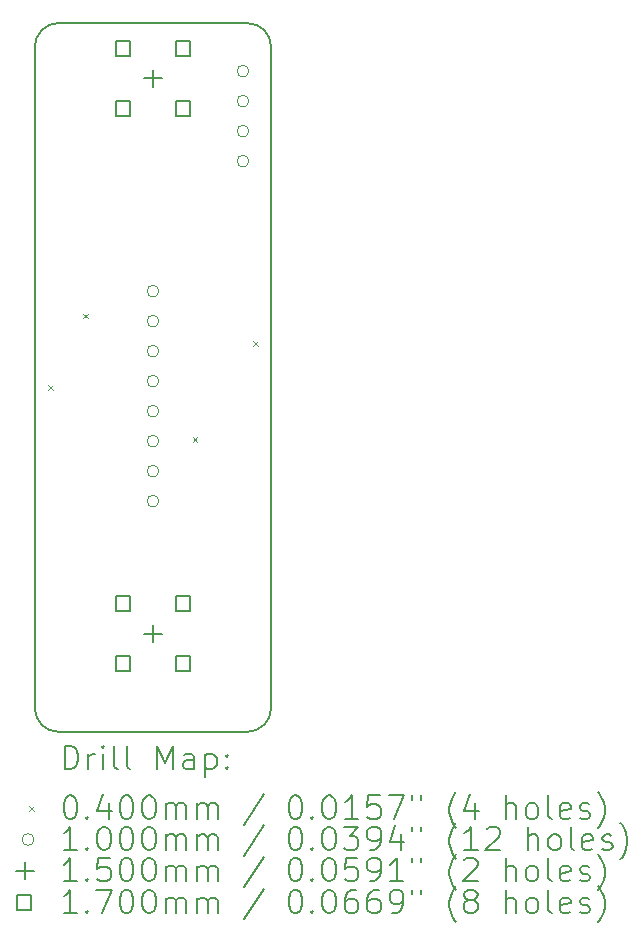
<source format=gbr>
%TF.GenerationSoftware,KiCad,Pcbnew,7.0.5*%
%TF.CreationDate,2023-06-30T17:27:10-05:00*%
%TF.ProjectId,Single.Channel.Amp,53696e67-6c65-42e4-9368-616e6e656c2e,rev?*%
%TF.SameCoordinates,Original*%
%TF.FileFunction,Drillmap*%
%TF.FilePolarity,Positive*%
%FSLAX45Y45*%
G04 Gerber Fmt 4.5, Leading zero omitted, Abs format (unit mm)*
G04 Created by KiCad (PCBNEW 7.0.5) date 2023-06-30 17:27:10*
%MOMM*%
%LPD*%
G01*
G04 APERTURE LIST*
%ADD10C,0.150000*%
%ADD11C,0.200000*%
%ADD12C,0.040000*%
%ADD13C,0.100000*%
%ADD14C,0.170000*%
G04 APERTURE END LIST*
D10*
X7300000Y-7531000D02*
G75*
G03*
X7500000Y-7331000I0J200000D01*
G01*
X5700000Y-1531000D02*
X7300000Y-1531000D01*
X5700000Y-7531000D02*
X7300000Y-7531000D01*
X5500000Y-7331000D02*
G75*
G03*
X5700000Y-7531000I200000J0D01*
G01*
X5500000Y-7331000D02*
X5500000Y-1731000D01*
X7500000Y-1731000D02*
X7500000Y-7331000D01*
X7500000Y-1731000D02*
G75*
G03*
X7300000Y-1531000I-200000J0D01*
G01*
X5700000Y-1531000D02*
G75*
G03*
X5500000Y-1731000I0J-200000D01*
G01*
D11*
D12*
X5614750Y-4598500D02*
X5654750Y-4638500D01*
X5654750Y-4598500D02*
X5614750Y-4638500D01*
X5907500Y-3991000D02*
X5947500Y-4031000D01*
X5947500Y-3991000D02*
X5907500Y-4031000D01*
X6835500Y-5034500D02*
X6875500Y-5074500D01*
X6875500Y-5034500D02*
X6835500Y-5074500D01*
X7347750Y-4226500D02*
X7387750Y-4266500D01*
X7387750Y-4226500D02*
X7347750Y-4266500D01*
D13*
X6550000Y-3800000D02*
G75*
G03*
X6550000Y-3800000I-50000J0D01*
G01*
X6550000Y-4054000D02*
G75*
G03*
X6550000Y-4054000I-50000J0D01*
G01*
X6550000Y-4308000D02*
G75*
G03*
X6550000Y-4308000I-50000J0D01*
G01*
X6550000Y-4562000D02*
G75*
G03*
X6550000Y-4562000I-50000J0D01*
G01*
X6550000Y-4816000D02*
G75*
G03*
X6550000Y-4816000I-50000J0D01*
G01*
X6550000Y-5070000D02*
G75*
G03*
X6550000Y-5070000I-50000J0D01*
G01*
X6550000Y-5324000D02*
G75*
G03*
X6550000Y-5324000I-50000J0D01*
G01*
X6550000Y-5578000D02*
G75*
G03*
X6550000Y-5578000I-50000J0D01*
G01*
X7312000Y-1937000D02*
G75*
G03*
X7312000Y-1937000I-50000J0D01*
G01*
X7312000Y-2191000D02*
G75*
G03*
X7312000Y-2191000I-50000J0D01*
G01*
X7312000Y-2445000D02*
G75*
G03*
X7312000Y-2445000I-50000J0D01*
G01*
X7312000Y-2699000D02*
G75*
G03*
X7312000Y-2699000I-50000J0D01*
G01*
D10*
X6500000Y-1925000D02*
X6500000Y-2075000D01*
X6425000Y-2000000D02*
X6575000Y-2000000D01*
X6500000Y-6625000D02*
X6500000Y-6775000D01*
X6425000Y-6700000D02*
X6575000Y-6700000D01*
D14*
X6306105Y-1806105D02*
X6306105Y-1685895D01*
X6185895Y-1685895D01*
X6185895Y-1806105D01*
X6306105Y-1806105D01*
X6306105Y-2314105D02*
X6306105Y-2193895D01*
X6185895Y-2193895D01*
X6185895Y-2314105D01*
X6306105Y-2314105D01*
X6306105Y-6506105D02*
X6306105Y-6385895D01*
X6185895Y-6385895D01*
X6185895Y-6506105D01*
X6306105Y-6506105D01*
X6306105Y-7014105D02*
X6306105Y-6893895D01*
X6185895Y-6893895D01*
X6185895Y-7014105D01*
X6306105Y-7014105D01*
X6814105Y-1806105D02*
X6814105Y-1685895D01*
X6693895Y-1685895D01*
X6693895Y-1806105D01*
X6814105Y-1806105D01*
X6814105Y-2314105D02*
X6814105Y-2193895D01*
X6693895Y-2193895D01*
X6693895Y-2314105D01*
X6814105Y-2314105D01*
X6814105Y-6506105D02*
X6814105Y-6385895D01*
X6693895Y-6385895D01*
X6693895Y-6506105D01*
X6814105Y-6506105D01*
X6814105Y-7014105D02*
X6814105Y-6893895D01*
X6693895Y-6893895D01*
X6693895Y-7014105D01*
X6814105Y-7014105D01*
D11*
X5753277Y-7849984D02*
X5753277Y-7649984D01*
X5753277Y-7649984D02*
X5800896Y-7649984D01*
X5800896Y-7649984D02*
X5829467Y-7659508D01*
X5829467Y-7659508D02*
X5848515Y-7678555D01*
X5848515Y-7678555D02*
X5858039Y-7697603D01*
X5858039Y-7697603D02*
X5867562Y-7735698D01*
X5867562Y-7735698D02*
X5867562Y-7764269D01*
X5867562Y-7764269D02*
X5858039Y-7802365D01*
X5858039Y-7802365D02*
X5848515Y-7821412D01*
X5848515Y-7821412D02*
X5829467Y-7840460D01*
X5829467Y-7840460D02*
X5800896Y-7849984D01*
X5800896Y-7849984D02*
X5753277Y-7849984D01*
X5953277Y-7849984D02*
X5953277Y-7716650D01*
X5953277Y-7754746D02*
X5962801Y-7735698D01*
X5962801Y-7735698D02*
X5972324Y-7726174D01*
X5972324Y-7726174D02*
X5991372Y-7716650D01*
X5991372Y-7716650D02*
X6010420Y-7716650D01*
X6077086Y-7849984D02*
X6077086Y-7716650D01*
X6077086Y-7649984D02*
X6067562Y-7659508D01*
X6067562Y-7659508D02*
X6077086Y-7669031D01*
X6077086Y-7669031D02*
X6086610Y-7659508D01*
X6086610Y-7659508D02*
X6077086Y-7649984D01*
X6077086Y-7649984D02*
X6077086Y-7669031D01*
X6200896Y-7849984D02*
X6181848Y-7840460D01*
X6181848Y-7840460D02*
X6172324Y-7821412D01*
X6172324Y-7821412D02*
X6172324Y-7649984D01*
X6305658Y-7849984D02*
X6286610Y-7840460D01*
X6286610Y-7840460D02*
X6277086Y-7821412D01*
X6277086Y-7821412D02*
X6277086Y-7649984D01*
X6534229Y-7849984D02*
X6534229Y-7649984D01*
X6534229Y-7649984D02*
X6600896Y-7792841D01*
X6600896Y-7792841D02*
X6667562Y-7649984D01*
X6667562Y-7649984D02*
X6667562Y-7849984D01*
X6848515Y-7849984D02*
X6848515Y-7745222D01*
X6848515Y-7745222D02*
X6838991Y-7726174D01*
X6838991Y-7726174D02*
X6819943Y-7716650D01*
X6819943Y-7716650D02*
X6781848Y-7716650D01*
X6781848Y-7716650D02*
X6762801Y-7726174D01*
X6848515Y-7840460D02*
X6829467Y-7849984D01*
X6829467Y-7849984D02*
X6781848Y-7849984D01*
X6781848Y-7849984D02*
X6762801Y-7840460D01*
X6762801Y-7840460D02*
X6753277Y-7821412D01*
X6753277Y-7821412D02*
X6753277Y-7802365D01*
X6753277Y-7802365D02*
X6762801Y-7783317D01*
X6762801Y-7783317D02*
X6781848Y-7773793D01*
X6781848Y-7773793D02*
X6829467Y-7773793D01*
X6829467Y-7773793D02*
X6848515Y-7764269D01*
X6943753Y-7716650D02*
X6943753Y-7916650D01*
X6943753Y-7726174D02*
X6962801Y-7716650D01*
X6962801Y-7716650D02*
X7000896Y-7716650D01*
X7000896Y-7716650D02*
X7019943Y-7726174D01*
X7019943Y-7726174D02*
X7029467Y-7735698D01*
X7029467Y-7735698D02*
X7038991Y-7754746D01*
X7038991Y-7754746D02*
X7038991Y-7811888D01*
X7038991Y-7811888D02*
X7029467Y-7830936D01*
X7029467Y-7830936D02*
X7019943Y-7840460D01*
X7019943Y-7840460D02*
X7000896Y-7849984D01*
X7000896Y-7849984D02*
X6962801Y-7849984D01*
X6962801Y-7849984D02*
X6943753Y-7840460D01*
X7124705Y-7830936D02*
X7134229Y-7840460D01*
X7134229Y-7840460D02*
X7124705Y-7849984D01*
X7124705Y-7849984D02*
X7115182Y-7840460D01*
X7115182Y-7840460D02*
X7124705Y-7830936D01*
X7124705Y-7830936D02*
X7124705Y-7849984D01*
X7124705Y-7726174D02*
X7134229Y-7735698D01*
X7134229Y-7735698D02*
X7124705Y-7745222D01*
X7124705Y-7745222D02*
X7115182Y-7735698D01*
X7115182Y-7735698D02*
X7124705Y-7726174D01*
X7124705Y-7726174D02*
X7124705Y-7745222D01*
D12*
X5452500Y-8158500D02*
X5492500Y-8198500D01*
X5492500Y-8158500D02*
X5452500Y-8198500D01*
D11*
X5791372Y-8069984D02*
X5810420Y-8069984D01*
X5810420Y-8069984D02*
X5829467Y-8079508D01*
X5829467Y-8079508D02*
X5838991Y-8089031D01*
X5838991Y-8089031D02*
X5848515Y-8108079D01*
X5848515Y-8108079D02*
X5858039Y-8146174D01*
X5858039Y-8146174D02*
X5858039Y-8193793D01*
X5858039Y-8193793D02*
X5848515Y-8231888D01*
X5848515Y-8231888D02*
X5838991Y-8250936D01*
X5838991Y-8250936D02*
X5829467Y-8260460D01*
X5829467Y-8260460D02*
X5810420Y-8269984D01*
X5810420Y-8269984D02*
X5791372Y-8269984D01*
X5791372Y-8269984D02*
X5772324Y-8260460D01*
X5772324Y-8260460D02*
X5762801Y-8250936D01*
X5762801Y-8250936D02*
X5753277Y-8231888D01*
X5753277Y-8231888D02*
X5743753Y-8193793D01*
X5743753Y-8193793D02*
X5743753Y-8146174D01*
X5743753Y-8146174D02*
X5753277Y-8108079D01*
X5753277Y-8108079D02*
X5762801Y-8089031D01*
X5762801Y-8089031D02*
X5772324Y-8079508D01*
X5772324Y-8079508D02*
X5791372Y-8069984D01*
X5943753Y-8250936D02*
X5953277Y-8260460D01*
X5953277Y-8260460D02*
X5943753Y-8269984D01*
X5943753Y-8269984D02*
X5934229Y-8260460D01*
X5934229Y-8260460D02*
X5943753Y-8250936D01*
X5943753Y-8250936D02*
X5943753Y-8269984D01*
X6124705Y-8136650D02*
X6124705Y-8269984D01*
X6077086Y-8060460D02*
X6029467Y-8203317D01*
X6029467Y-8203317D02*
X6153277Y-8203317D01*
X6267562Y-8069984D02*
X6286610Y-8069984D01*
X6286610Y-8069984D02*
X6305658Y-8079508D01*
X6305658Y-8079508D02*
X6315182Y-8089031D01*
X6315182Y-8089031D02*
X6324705Y-8108079D01*
X6324705Y-8108079D02*
X6334229Y-8146174D01*
X6334229Y-8146174D02*
X6334229Y-8193793D01*
X6334229Y-8193793D02*
X6324705Y-8231888D01*
X6324705Y-8231888D02*
X6315182Y-8250936D01*
X6315182Y-8250936D02*
X6305658Y-8260460D01*
X6305658Y-8260460D02*
X6286610Y-8269984D01*
X6286610Y-8269984D02*
X6267562Y-8269984D01*
X6267562Y-8269984D02*
X6248515Y-8260460D01*
X6248515Y-8260460D02*
X6238991Y-8250936D01*
X6238991Y-8250936D02*
X6229467Y-8231888D01*
X6229467Y-8231888D02*
X6219943Y-8193793D01*
X6219943Y-8193793D02*
X6219943Y-8146174D01*
X6219943Y-8146174D02*
X6229467Y-8108079D01*
X6229467Y-8108079D02*
X6238991Y-8089031D01*
X6238991Y-8089031D02*
X6248515Y-8079508D01*
X6248515Y-8079508D02*
X6267562Y-8069984D01*
X6458039Y-8069984D02*
X6477086Y-8069984D01*
X6477086Y-8069984D02*
X6496134Y-8079508D01*
X6496134Y-8079508D02*
X6505658Y-8089031D01*
X6505658Y-8089031D02*
X6515182Y-8108079D01*
X6515182Y-8108079D02*
X6524705Y-8146174D01*
X6524705Y-8146174D02*
X6524705Y-8193793D01*
X6524705Y-8193793D02*
X6515182Y-8231888D01*
X6515182Y-8231888D02*
X6505658Y-8250936D01*
X6505658Y-8250936D02*
X6496134Y-8260460D01*
X6496134Y-8260460D02*
X6477086Y-8269984D01*
X6477086Y-8269984D02*
X6458039Y-8269984D01*
X6458039Y-8269984D02*
X6438991Y-8260460D01*
X6438991Y-8260460D02*
X6429467Y-8250936D01*
X6429467Y-8250936D02*
X6419943Y-8231888D01*
X6419943Y-8231888D02*
X6410420Y-8193793D01*
X6410420Y-8193793D02*
X6410420Y-8146174D01*
X6410420Y-8146174D02*
X6419943Y-8108079D01*
X6419943Y-8108079D02*
X6429467Y-8089031D01*
X6429467Y-8089031D02*
X6438991Y-8079508D01*
X6438991Y-8079508D02*
X6458039Y-8069984D01*
X6610420Y-8269984D02*
X6610420Y-8136650D01*
X6610420Y-8155698D02*
X6619943Y-8146174D01*
X6619943Y-8146174D02*
X6638991Y-8136650D01*
X6638991Y-8136650D02*
X6667563Y-8136650D01*
X6667563Y-8136650D02*
X6686610Y-8146174D01*
X6686610Y-8146174D02*
X6696134Y-8165222D01*
X6696134Y-8165222D02*
X6696134Y-8269984D01*
X6696134Y-8165222D02*
X6705658Y-8146174D01*
X6705658Y-8146174D02*
X6724705Y-8136650D01*
X6724705Y-8136650D02*
X6753277Y-8136650D01*
X6753277Y-8136650D02*
X6772324Y-8146174D01*
X6772324Y-8146174D02*
X6781848Y-8165222D01*
X6781848Y-8165222D02*
X6781848Y-8269984D01*
X6877086Y-8269984D02*
X6877086Y-8136650D01*
X6877086Y-8155698D02*
X6886610Y-8146174D01*
X6886610Y-8146174D02*
X6905658Y-8136650D01*
X6905658Y-8136650D02*
X6934229Y-8136650D01*
X6934229Y-8136650D02*
X6953277Y-8146174D01*
X6953277Y-8146174D02*
X6962801Y-8165222D01*
X6962801Y-8165222D02*
X6962801Y-8269984D01*
X6962801Y-8165222D02*
X6972324Y-8146174D01*
X6972324Y-8146174D02*
X6991372Y-8136650D01*
X6991372Y-8136650D02*
X7019943Y-8136650D01*
X7019943Y-8136650D02*
X7038991Y-8146174D01*
X7038991Y-8146174D02*
X7048515Y-8165222D01*
X7048515Y-8165222D02*
X7048515Y-8269984D01*
X7438991Y-8060460D02*
X7267563Y-8317603D01*
X7696134Y-8069984D02*
X7715182Y-8069984D01*
X7715182Y-8069984D02*
X7734229Y-8079508D01*
X7734229Y-8079508D02*
X7743753Y-8089031D01*
X7743753Y-8089031D02*
X7753277Y-8108079D01*
X7753277Y-8108079D02*
X7762801Y-8146174D01*
X7762801Y-8146174D02*
X7762801Y-8193793D01*
X7762801Y-8193793D02*
X7753277Y-8231888D01*
X7753277Y-8231888D02*
X7743753Y-8250936D01*
X7743753Y-8250936D02*
X7734229Y-8260460D01*
X7734229Y-8260460D02*
X7715182Y-8269984D01*
X7715182Y-8269984D02*
X7696134Y-8269984D01*
X7696134Y-8269984D02*
X7677086Y-8260460D01*
X7677086Y-8260460D02*
X7667563Y-8250936D01*
X7667563Y-8250936D02*
X7658039Y-8231888D01*
X7658039Y-8231888D02*
X7648515Y-8193793D01*
X7648515Y-8193793D02*
X7648515Y-8146174D01*
X7648515Y-8146174D02*
X7658039Y-8108079D01*
X7658039Y-8108079D02*
X7667563Y-8089031D01*
X7667563Y-8089031D02*
X7677086Y-8079508D01*
X7677086Y-8079508D02*
X7696134Y-8069984D01*
X7848515Y-8250936D02*
X7858039Y-8260460D01*
X7858039Y-8260460D02*
X7848515Y-8269984D01*
X7848515Y-8269984D02*
X7838991Y-8260460D01*
X7838991Y-8260460D02*
X7848515Y-8250936D01*
X7848515Y-8250936D02*
X7848515Y-8269984D01*
X7981848Y-8069984D02*
X8000896Y-8069984D01*
X8000896Y-8069984D02*
X8019944Y-8079508D01*
X8019944Y-8079508D02*
X8029467Y-8089031D01*
X8029467Y-8089031D02*
X8038991Y-8108079D01*
X8038991Y-8108079D02*
X8048515Y-8146174D01*
X8048515Y-8146174D02*
X8048515Y-8193793D01*
X8048515Y-8193793D02*
X8038991Y-8231888D01*
X8038991Y-8231888D02*
X8029467Y-8250936D01*
X8029467Y-8250936D02*
X8019944Y-8260460D01*
X8019944Y-8260460D02*
X8000896Y-8269984D01*
X8000896Y-8269984D02*
X7981848Y-8269984D01*
X7981848Y-8269984D02*
X7962801Y-8260460D01*
X7962801Y-8260460D02*
X7953277Y-8250936D01*
X7953277Y-8250936D02*
X7943753Y-8231888D01*
X7943753Y-8231888D02*
X7934229Y-8193793D01*
X7934229Y-8193793D02*
X7934229Y-8146174D01*
X7934229Y-8146174D02*
X7943753Y-8108079D01*
X7943753Y-8108079D02*
X7953277Y-8089031D01*
X7953277Y-8089031D02*
X7962801Y-8079508D01*
X7962801Y-8079508D02*
X7981848Y-8069984D01*
X8238991Y-8269984D02*
X8124706Y-8269984D01*
X8181848Y-8269984D02*
X8181848Y-8069984D01*
X8181848Y-8069984D02*
X8162801Y-8098555D01*
X8162801Y-8098555D02*
X8143753Y-8117603D01*
X8143753Y-8117603D02*
X8124706Y-8127127D01*
X8419944Y-8069984D02*
X8324706Y-8069984D01*
X8324706Y-8069984D02*
X8315182Y-8165222D01*
X8315182Y-8165222D02*
X8324706Y-8155698D01*
X8324706Y-8155698D02*
X8343753Y-8146174D01*
X8343753Y-8146174D02*
X8391372Y-8146174D01*
X8391372Y-8146174D02*
X8410420Y-8155698D01*
X8410420Y-8155698D02*
X8419944Y-8165222D01*
X8419944Y-8165222D02*
X8429468Y-8184269D01*
X8429468Y-8184269D02*
X8429468Y-8231888D01*
X8429468Y-8231888D02*
X8419944Y-8250936D01*
X8419944Y-8250936D02*
X8410420Y-8260460D01*
X8410420Y-8260460D02*
X8391372Y-8269984D01*
X8391372Y-8269984D02*
X8343753Y-8269984D01*
X8343753Y-8269984D02*
X8324706Y-8260460D01*
X8324706Y-8260460D02*
X8315182Y-8250936D01*
X8496134Y-8069984D02*
X8629468Y-8069984D01*
X8629468Y-8069984D02*
X8543753Y-8269984D01*
X8696134Y-8069984D02*
X8696134Y-8108079D01*
X8772325Y-8069984D02*
X8772325Y-8108079D01*
X9067563Y-8346174D02*
X9058039Y-8336650D01*
X9058039Y-8336650D02*
X9038991Y-8308079D01*
X9038991Y-8308079D02*
X9029468Y-8289031D01*
X9029468Y-8289031D02*
X9019944Y-8260460D01*
X9019944Y-8260460D02*
X9010420Y-8212841D01*
X9010420Y-8212841D02*
X9010420Y-8174746D01*
X9010420Y-8174746D02*
X9019944Y-8127127D01*
X9019944Y-8127127D02*
X9029468Y-8098555D01*
X9029468Y-8098555D02*
X9038991Y-8079508D01*
X9038991Y-8079508D02*
X9058039Y-8050936D01*
X9058039Y-8050936D02*
X9067563Y-8041412D01*
X9229468Y-8136650D02*
X9229468Y-8269984D01*
X9181849Y-8060460D02*
X9134230Y-8203317D01*
X9134230Y-8203317D02*
X9258039Y-8203317D01*
X9486611Y-8269984D02*
X9486611Y-8069984D01*
X9572325Y-8269984D02*
X9572325Y-8165222D01*
X9572325Y-8165222D02*
X9562801Y-8146174D01*
X9562801Y-8146174D02*
X9543753Y-8136650D01*
X9543753Y-8136650D02*
X9515182Y-8136650D01*
X9515182Y-8136650D02*
X9496134Y-8146174D01*
X9496134Y-8146174D02*
X9486611Y-8155698D01*
X9696134Y-8269984D02*
X9677087Y-8260460D01*
X9677087Y-8260460D02*
X9667563Y-8250936D01*
X9667563Y-8250936D02*
X9658039Y-8231888D01*
X9658039Y-8231888D02*
X9658039Y-8174746D01*
X9658039Y-8174746D02*
X9667563Y-8155698D01*
X9667563Y-8155698D02*
X9677087Y-8146174D01*
X9677087Y-8146174D02*
X9696134Y-8136650D01*
X9696134Y-8136650D02*
X9724706Y-8136650D01*
X9724706Y-8136650D02*
X9743753Y-8146174D01*
X9743753Y-8146174D02*
X9753277Y-8155698D01*
X9753277Y-8155698D02*
X9762801Y-8174746D01*
X9762801Y-8174746D02*
X9762801Y-8231888D01*
X9762801Y-8231888D02*
X9753277Y-8250936D01*
X9753277Y-8250936D02*
X9743753Y-8260460D01*
X9743753Y-8260460D02*
X9724706Y-8269984D01*
X9724706Y-8269984D02*
X9696134Y-8269984D01*
X9877087Y-8269984D02*
X9858039Y-8260460D01*
X9858039Y-8260460D02*
X9848515Y-8241412D01*
X9848515Y-8241412D02*
X9848515Y-8069984D01*
X10029468Y-8260460D02*
X10010420Y-8269984D01*
X10010420Y-8269984D02*
X9972325Y-8269984D01*
X9972325Y-8269984D02*
X9953277Y-8260460D01*
X9953277Y-8260460D02*
X9943753Y-8241412D01*
X9943753Y-8241412D02*
X9943753Y-8165222D01*
X9943753Y-8165222D02*
X9953277Y-8146174D01*
X9953277Y-8146174D02*
X9972325Y-8136650D01*
X9972325Y-8136650D02*
X10010420Y-8136650D01*
X10010420Y-8136650D02*
X10029468Y-8146174D01*
X10029468Y-8146174D02*
X10038992Y-8165222D01*
X10038992Y-8165222D02*
X10038992Y-8184269D01*
X10038992Y-8184269D02*
X9943753Y-8203317D01*
X10115182Y-8260460D02*
X10134230Y-8269984D01*
X10134230Y-8269984D02*
X10172325Y-8269984D01*
X10172325Y-8269984D02*
X10191373Y-8260460D01*
X10191373Y-8260460D02*
X10200896Y-8241412D01*
X10200896Y-8241412D02*
X10200896Y-8231888D01*
X10200896Y-8231888D02*
X10191373Y-8212841D01*
X10191373Y-8212841D02*
X10172325Y-8203317D01*
X10172325Y-8203317D02*
X10143753Y-8203317D01*
X10143753Y-8203317D02*
X10124706Y-8193793D01*
X10124706Y-8193793D02*
X10115182Y-8174746D01*
X10115182Y-8174746D02*
X10115182Y-8165222D01*
X10115182Y-8165222D02*
X10124706Y-8146174D01*
X10124706Y-8146174D02*
X10143753Y-8136650D01*
X10143753Y-8136650D02*
X10172325Y-8136650D01*
X10172325Y-8136650D02*
X10191373Y-8146174D01*
X10267563Y-8346174D02*
X10277087Y-8336650D01*
X10277087Y-8336650D02*
X10296134Y-8308079D01*
X10296134Y-8308079D02*
X10305658Y-8289031D01*
X10305658Y-8289031D02*
X10315182Y-8260460D01*
X10315182Y-8260460D02*
X10324706Y-8212841D01*
X10324706Y-8212841D02*
X10324706Y-8174746D01*
X10324706Y-8174746D02*
X10315182Y-8127127D01*
X10315182Y-8127127D02*
X10305658Y-8098555D01*
X10305658Y-8098555D02*
X10296134Y-8079508D01*
X10296134Y-8079508D02*
X10277087Y-8050936D01*
X10277087Y-8050936D02*
X10267563Y-8041412D01*
D13*
X5492500Y-8442500D02*
G75*
G03*
X5492500Y-8442500I-50000J0D01*
G01*
D11*
X5858039Y-8533984D02*
X5743753Y-8533984D01*
X5800896Y-8533984D02*
X5800896Y-8333984D01*
X5800896Y-8333984D02*
X5781848Y-8362555D01*
X5781848Y-8362555D02*
X5762801Y-8381603D01*
X5762801Y-8381603D02*
X5743753Y-8391127D01*
X5943753Y-8514936D02*
X5953277Y-8524460D01*
X5953277Y-8524460D02*
X5943753Y-8533984D01*
X5943753Y-8533984D02*
X5934229Y-8524460D01*
X5934229Y-8524460D02*
X5943753Y-8514936D01*
X5943753Y-8514936D02*
X5943753Y-8533984D01*
X6077086Y-8333984D02*
X6096134Y-8333984D01*
X6096134Y-8333984D02*
X6115182Y-8343508D01*
X6115182Y-8343508D02*
X6124705Y-8353031D01*
X6124705Y-8353031D02*
X6134229Y-8372079D01*
X6134229Y-8372079D02*
X6143753Y-8410174D01*
X6143753Y-8410174D02*
X6143753Y-8457793D01*
X6143753Y-8457793D02*
X6134229Y-8495889D01*
X6134229Y-8495889D02*
X6124705Y-8514936D01*
X6124705Y-8514936D02*
X6115182Y-8524460D01*
X6115182Y-8524460D02*
X6096134Y-8533984D01*
X6096134Y-8533984D02*
X6077086Y-8533984D01*
X6077086Y-8533984D02*
X6058039Y-8524460D01*
X6058039Y-8524460D02*
X6048515Y-8514936D01*
X6048515Y-8514936D02*
X6038991Y-8495889D01*
X6038991Y-8495889D02*
X6029467Y-8457793D01*
X6029467Y-8457793D02*
X6029467Y-8410174D01*
X6029467Y-8410174D02*
X6038991Y-8372079D01*
X6038991Y-8372079D02*
X6048515Y-8353031D01*
X6048515Y-8353031D02*
X6058039Y-8343508D01*
X6058039Y-8343508D02*
X6077086Y-8333984D01*
X6267562Y-8333984D02*
X6286610Y-8333984D01*
X6286610Y-8333984D02*
X6305658Y-8343508D01*
X6305658Y-8343508D02*
X6315182Y-8353031D01*
X6315182Y-8353031D02*
X6324705Y-8372079D01*
X6324705Y-8372079D02*
X6334229Y-8410174D01*
X6334229Y-8410174D02*
X6334229Y-8457793D01*
X6334229Y-8457793D02*
X6324705Y-8495889D01*
X6324705Y-8495889D02*
X6315182Y-8514936D01*
X6315182Y-8514936D02*
X6305658Y-8524460D01*
X6305658Y-8524460D02*
X6286610Y-8533984D01*
X6286610Y-8533984D02*
X6267562Y-8533984D01*
X6267562Y-8533984D02*
X6248515Y-8524460D01*
X6248515Y-8524460D02*
X6238991Y-8514936D01*
X6238991Y-8514936D02*
X6229467Y-8495889D01*
X6229467Y-8495889D02*
X6219943Y-8457793D01*
X6219943Y-8457793D02*
X6219943Y-8410174D01*
X6219943Y-8410174D02*
X6229467Y-8372079D01*
X6229467Y-8372079D02*
X6238991Y-8353031D01*
X6238991Y-8353031D02*
X6248515Y-8343508D01*
X6248515Y-8343508D02*
X6267562Y-8333984D01*
X6458039Y-8333984D02*
X6477086Y-8333984D01*
X6477086Y-8333984D02*
X6496134Y-8343508D01*
X6496134Y-8343508D02*
X6505658Y-8353031D01*
X6505658Y-8353031D02*
X6515182Y-8372079D01*
X6515182Y-8372079D02*
X6524705Y-8410174D01*
X6524705Y-8410174D02*
X6524705Y-8457793D01*
X6524705Y-8457793D02*
X6515182Y-8495889D01*
X6515182Y-8495889D02*
X6505658Y-8514936D01*
X6505658Y-8514936D02*
X6496134Y-8524460D01*
X6496134Y-8524460D02*
X6477086Y-8533984D01*
X6477086Y-8533984D02*
X6458039Y-8533984D01*
X6458039Y-8533984D02*
X6438991Y-8524460D01*
X6438991Y-8524460D02*
X6429467Y-8514936D01*
X6429467Y-8514936D02*
X6419943Y-8495889D01*
X6419943Y-8495889D02*
X6410420Y-8457793D01*
X6410420Y-8457793D02*
X6410420Y-8410174D01*
X6410420Y-8410174D02*
X6419943Y-8372079D01*
X6419943Y-8372079D02*
X6429467Y-8353031D01*
X6429467Y-8353031D02*
X6438991Y-8343508D01*
X6438991Y-8343508D02*
X6458039Y-8333984D01*
X6610420Y-8533984D02*
X6610420Y-8400650D01*
X6610420Y-8419698D02*
X6619943Y-8410174D01*
X6619943Y-8410174D02*
X6638991Y-8400650D01*
X6638991Y-8400650D02*
X6667563Y-8400650D01*
X6667563Y-8400650D02*
X6686610Y-8410174D01*
X6686610Y-8410174D02*
X6696134Y-8429222D01*
X6696134Y-8429222D02*
X6696134Y-8533984D01*
X6696134Y-8429222D02*
X6705658Y-8410174D01*
X6705658Y-8410174D02*
X6724705Y-8400650D01*
X6724705Y-8400650D02*
X6753277Y-8400650D01*
X6753277Y-8400650D02*
X6772324Y-8410174D01*
X6772324Y-8410174D02*
X6781848Y-8429222D01*
X6781848Y-8429222D02*
X6781848Y-8533984D01*
X6877086Y-8533984D02*
X6877086Y-8400650D01*
X6877086Y-8419698D02*
X6886610Y-8410174D01*
X6886610Y-8410174D02*
X6905658Y-8400650D01*
X6905658Y-8400650D02*
X6934229Y-8400650D01*
X6934229Y-8400650D02*
X6953277Y-8410174D01*
X6953277Y-8410174D02*
X6962801Y-8429222D01*
X6962801Y-8429222D02*
X6962801Y-8533984D01*
X6962801Y-8429222D02*
X6972324Y-8410174D01*
X6972324Y-8410174D02*
X6991372Y-8400650D01*
X6991372Y-8400650D02*
X7019943Y-8400650D01*
X7019943Y-8400650D02*
X7038991Y-8410174D01*
X7038991Y-8410174D02*
X7048515Y-8429222D01*
X7048515Y-8429222D02*
X7048515Y-8533984D01*
X7438991Y-8324460D02*
X7267563Y-8581603D01*
X7696134Y-8333984D02*
X7715182Y-8333984D01*
X7715182Y-8333984D02*
X7734229Y-8343508D01*
X7734229Y-8343508D02*
X7743753Y-8353031D01*
X7743753Y-8353031D02*
X7753277Y-8372079D01*
X7753277Y-8372079D02*
X7762801Y-8410174D01*
X7762801Y-8410174D02*
X7762801Y-8457793D01*
X7762801Y-8457793D02*
X7753277Y-8495889D01*
X7753277Y-8495889D02*
X7743753Y-8514936D01*
X7743753Y-8514936D02*
X7734229Y-8524460D01*
X7734229Y-8524460D02*
X7715182Y-8533984D01*
X7715182Y-8533984D02*
X7696134Y-8533984D01*
X7696134Y-8533984D02*
X7677086Y-8524460D01*
X7677086Y-8524460D02*
X7667563Y-8514936D01*
X7667563Y-8514936D02*
X7658039Y-8495889D01*
X7658039Y-8495889D02*
X7648515Y-8457793D01*
X7648515Y-8457793D02*
X7648515Y-8410174D01*
X7648515Y-8410174D02*
X7658039Y-8372079D01*
X7658039Y-8372079D02*
X7667563Y-8353031D01*
X7667563Y-8353031D02*
X7677086Y-8343508D01*
X7677086Y-8343508D02*
X7696134Y-8333984D01*
X7848515Y-8514936D02*
X7858039Y-8524460D01*
X7858039Y-8524460D02*
X7848515Y-8533984D01*
X7848515Y-8533984D02*
X7838991Y-8524460D01*
X7838991Y-8524460D02*
X7848515Y-8514936D01*
X7848515Y-8514936D02*
X7848515Y-8533984D01*
X7981848Y-8333984D02*
X8000896Y-8333984D01*
X8000896Y-8333984D02*
X8019944Y-8343508D01*
X8019944Y-8343508D02*
X8029467Y-8353031D01*
X8029467Y-8353031D02*
X8038991Y-8372079D01*
X8038991Y-8372079D02*
X8048515Y-8410174D01*
X8048515Y-8410174D02*
X8048515Y-8457793D01*
X8048515Y-8457793D02*
X8038991Y-8495889D01*
X8038991Y-8495889D02*
X8029467Y-8514936D01*
X8029467Y-8514936D02*
X8019944Y-8524460D01*
X8019944Y-8524460D02*
X8000896Y-8533984D01*
X8000896Y-8533984D02*
X7981848Y-8533984D01*
X7981848Y-8533984D02*
X7962801Y-8524460D01*
X7962801Y-8524460D02*
X7953277Y-8514936D01*
X7953277Y-8514936D02*
X7943753Y-8495889D01*
X7943753Y-8495889D02*
X7934229Y-8457793D01*
X7934229Y-8457793D02*
X7934229Y-8410174D01*
X7934229Y-8410174D02*
X7943753Y-8372079D01*
X7943753Y-8372079D02*
X7953277Y-8353031D01*
X7953277Y-8353031D02*
X7962801Y-8343508D01*
X7962801Y-8343508D02*
X7981848Y-8333984D01*
X8115182Y-8333984D02*
X8238991Y-8333984D01*
X8238991Y-8333984D02*
X8172325Y-8410174D01*
X8172325Y-8410174D02*
X8200896Y-8410174D01*
X8200896Y-8410174D02*
X8219944Y-8419698D01*
X8219944Y-8419698D02*
X8229467Y-8429222D01*
X8229467Y-8429222D02*
X8238991Y-8448270D01*
X8238991Y-8448270D02*
X8238991Y-8495889D01*
X8238991Y-8495889D02*
X8229467Y-8514936D01*
X8229467Y-8514936D02*
X8219944Y-8524460D01*
X8219944Y-8524460D02*
X8200896Y-8533984D01*
X8200896Y-8533984D02*
X8143753Y-8533984D01*
X8143753Y-8533984D02*
X8124706Y-8524460D01*
X8124706Y-8524460D02*
X8115182Y-8514936D01*
X8334229Y-8533984D02*
X8372325Y-8533984D01*
X8372325Y-8533984D02*
X8391372Y-8524460D01*
X8391372Y-8524460D02*
X8400896Y-8514936D01*
X8400896Y-8514936D02*
X8419944Y-8486365D01*
X8419944Y-8486365D02*
X8429468Y-8448270D01*
X8429468Y-8448270D02*
X8429468Y-8372079D01*
X8429468Y-8372079D02*
X8419944Y-8353031D01*
X8419944Y-8353031D02*
X8410420Y-8343508D01*
X8410420Y-8343508D02*
X8391372Y-8333984D01*
X8391372Y-8333984D02*
X8353277Y-8333984D01*
X8353277Y-8333984D02*
X8334229Y-8343508D01*
X8334229Y-8343508D02*
X8324706Y-8353031D01*
X8324706Y-8353031D02*
X8315182Y-8372079D01*
X8315182Y-8372079D02*
X8315182Y-8419698D01*
X8315182Y-8419698D02*
X8324706Y-8438746D01*
X8324706Y-8438746D02*
X8334229Y-8448270D01*
X8334229Y-8448270D02*
X8353277Y-8457793D01*
X8353277Y-8457793D02*
X8391372Y-8457793D01*
X8391372Y-8457793D02*
X8410420Y-8448270D01*
X8410420Y-8448270D02*
X8419944Y-8438746D01*
X8419944Y-8438746D02*
X8429468Y-8419698D01*
X8600896Y-8400650D02*
X8600896Y-8533984D01*
X8553277Y-8324460D02*
X8505658Y-8467317D01*
X8505658Y-8467317D02*
X8629468Y-8467317D01*
X8696134Y-8333984D02*
X8696134Y-8372079D01*
X8772325Y-8333984D02*
X8772325Y-8372079D01*
X9067563Y-8610174D02*
X9058039Y-8600650D01*
X9058039Y-8600650D02*
X9038991Y-8572079D01*
X9038991Y-8572079D02*
X9029468Y-8553031D01*
X9029468Y-8553031D02*
X9019944Y-8524460D01*
X9019944Y-8524460D02*
X9010420Y-8476841D01*
X9010420Y-8476841D02*
X9010420Y-8438746D01*
X9010420Y-8438746D02*
X9019944Y-8391127D01*
X9019944Y-8391127D02*
X9029468Y-8362555D01*
X9029468Y-8362555D02*
X9038991Y-8343508D01*
X9038991Y-8343508D02*
X9058039Y-8314936D01*
X9058039Y-8314936D02*
X9067563Y-8305412D01*
X9248515Y-8533984D02*
X9134230Y-8533984D01*
X9191372Y-8533984D02*
X9191372Y-8333984D01*
X9191372Y-8333984D02*
X9172325Y-8362555D01*
X9172325Y-8362555D02*
X9153277Y-8381603D01*
X9153277Y-8381603D02*
X9134230Y-8391127D01*
X9324706Y-8353031D02*
X9334230Y-8343508D01*
X9334230Y-8343508D02*
X9353277Y-8333984D01*
X9353277Y-8333984D02*
X9400896Y-8333984D01*
X9400896Y-8333984D02*
X9419944Y-8343508D01*
X9419944Y-8343508D02*
X9429468Y-8353031D01*
X9429468Y-8353031D02*
X9438991Y-8372079D01*
X9438991Y-8372079D02*
X9438991Y-8391127D01*
X9438991Y-8391127D02*
X9429468Y-8419698D01*
X9429468Y-8419698D02*
X9315182Y-8533984D01*
X9315182Y-8533984D02*
X9438991Y-8533984D01*
X9677087Y-8533984D02*
X9677087Y-8333984D01*
X9762801Y-8533984D02*
X9762801Y-8429222D01*
X9762801Y-8429222D02*
X9753277Y-8410174D01*
X9753277Y-8410174D02*
X9734230Y-8400650D01*
X9734230Y-8400650D02*
X9705658Y-8400650D01*
X9705658Y-8400650D02*
X9686611Y-8410174D01*
X9686611Y-8410174D02*
X9677087Y-8419698D01*
X9886611Y-8533984D02*
X9867563Y-8524460D01*
X9867563Y-8524460D02*
X9858039Y-8514936D01*
X9858039Y-8514936D02*
X9848515Y-8495889D01*
X9848515Y-8495889D02*
X9848515Y-8438746D01*
X9848515Y-8438746D02*
X9858039Y-8419698D01*
X9858039Y-8419698D02*
X9867563Y-8410174D01*
X9867563Y-8410174D02*
X9886611Y-8400650D01*
X9886611Y-8400650D02*
X9915182Y-8400650D01*
X9915182Y-8400650D02*
X9934230Y-8410174D01*
X9934230Y-8410174D02*
X9943753Y-8419698D01*
X9943753Y-8419698D02*
X9953277Y-8438746D01*
X9953277Y-8438746D02*
X9953277Y-8495889D01*
X9953277Y-8495889D02*
X9943753Y-8514936D01*
X9943753Y-8514936D02*
X9934230Y-8524460D01*
X9934230Y-8524460D02*
X9915182Y-8533984D01*
X9915182Y-8533984D02*
X9886611Y-8533984D01*
X10067563Y-8533984D02*
X10048515Y-8524460D01*
X10048515Y-8524460D02*
X10038992Y-8505412D01*
X10038992Y-8505412D02*
X10038992Y-8333984D01*
X10219944Y-8524460D02*
X10200896Y-8533984D01*
X10200896Y-8533984D02*
X10162801Y-8533984D01*
X10162801Y-8533984D02*
X10143753Y-8524460D01*
X10143753Y-8524460D02*
X10134230Y-8505412D01*
X10134230Y-8505412D02*
X10134230Y-8429222D01*
X10134230Y-8429222D02*
X10143753Y-8410174D01*
X10143753Y-8410174D02*
X10162801Y-8400650D01*
X10162801Y-8400650D02*
X10200896Y-8400650D01*
X10200896Y-8400650D02*
X10219944Y-8410174D01*
X10219944Y-8410174D02*
X10229468Y-8429222D01*
X10229468Y-8429222D02*
X10229468Y-8448270D01*
X10229468Y-8448270D02*
X10134230Y-8467317D01*
X10305658Y-8524460D02*
X10324706Y-8533984D01*
X10324706Y-8533984D02*
X10362801Y-8533984D01*
X10362801Y-8533984D02*
X10381849Y-8524460D01*
X10381849Y-8524460D02*
X10391373Y-8505412D01*
X10391373Y-8505412D02*
X10391373Y-8495889D01*
X10391373Y-8495889D02*
X10381849Y-8476841D01*
X10381849Y-8476841D02*
X10362801Y-8467317D01*
X10362801Y-8467317D02*
X10334230Y-8467317D01*
X10334230Y-8467317D02*
X10315182Y-8457793D01*
X10315182Y-8457793D02*
X10305658Y-8438746D01*
X10305658Y-8438746D02*
X10305658Y-8429222D01*
X10305658Y-8429222D02*
X10315182Y-8410174D01*
X10315182Y-8410174D02*
X10334230Y-8400650D01*
X10334230Y-8400650D02*
X10362801Y-8400650D01*
X10362801Y-8400650D02*
X10381849Y-8410174D01*
X10458039Y-8610174D02*
X10467563Y-8600650D01*
X10467563Y-8600650D02*
X10486611Y-8572079D01*
X10486611Y-8572079D02*
X10496134Y-8553031D01*
X10496134Y-8553031D02*
X10505658Y-8524460D01*
X10505658Y-8524460D02*
X10515182Y-8476841D01*
X10515182Y-8476841D02*
X10515182Y-8438746D01*
X10515182Y-8438746D02*
X10505658Y-8391127D01*
X10505658Y-8391127D02*
X10496134Y-8362555D01*
X10496134Y-8362555D02*
X10486611Y-8343508D01*
X10486611Y-8343508D02*
X10467563Y-8314936D01*
X10467563Y-8314936D02*
X10458039Y-8305412D01*
D10*
X5417500Y-8631500D02*
X5417500Y-8781500D01*
X5342500Y-8706500D02*
X5492500Y-8706500D01*
D11*
X5858039Y-8797984D02*
X5743753Y-8797984D01*
X5800896Y-8797984D02*
X5800896Y-8597984D01*
X5800896Y-8597984D02*
X5781848Y-8626555D01*
X5781848Y-8626555D02*
X5762801Y-8645603D01*
X5762801Y-8645603D02*
X5743753Y-8655127D01*
X5943753Y-8778936D02*
X5953277Y-8788460D01*
X5953277Y-8788460D02*
X5943753Y-8797984D01*
X5943753Y-8797984D02*
X5934229Y-8788460D01*
X5934229Y-8788460D02*
X5943753Y-8778936D01*
X5943753Y-8778936D02*
X5943753Y-8797984D01*
X6134229Y-8597984D02*
X6038991Y-8597984D01*
X6038991Y-8597984D02*
X6029467Y-8693222D01*
X6029467Y-8693222D02*
X6038991Y-8683698D01*
X6038991Y-8683698D02*
X6058039Y-8674174D01*
X6058039Y-8674174D02*
X6105658Y-8674174D01*
X6105658Y-8674174D02*
X6124705Y-8683698D01*
X6124705Y-8683698D02*
X6134229Y-8693222D01*
X6134229Y-8693222D02*
X6143753Y-8712270D01*
X6143753Y-8712270D02*
X6143753Y-8759889D01*
X6143753Y-8759889D02*
X6134229Y-8778936D01*
X6134229Y-8778936D02*
X6124705Y-8788460D01*
X6124705Y-8788460D02*
X6105658Y-8797984D01*
X6105658Y-8797984D02*
X6058039Y-8797984D01*
X6058039Y-8797984D02*
X6038991Y-8788460D01*
X6038991Y-8788460D02*
X6029467Y-8778936D01*
X6267562Y-8597984D02*
X6286610Y-8597984D01*
X6286610Y-8597984D02*
X6305658Y-8607508D01*
X6305658Y-8607508D02*
X6315182Y-8617031D01*
X6315182Y-8617031D02*
X6324705Y-8636079D01*
X6324705Y-8636079D02*
X6334229Y-8674174D01*
X6334229Y-8674174D02*
X6334229Y-8721793D01*
X6334229Y-8721793D02*
X6324705Y-8759889D01*
X6324705Y-8759889D02*
X6315182Y-8778936D01*
X6315182Y-8778936D02*
X6305658Y-8788460D01*
X6305658Y-8788460D02*
X6286610Y-8797984D01*
X6286610Y-8797984D02*
X6267562Y-8797984D01*
X6267562Y-8797984D02*
X6248515Y-8788460D01*
X6248515Y-8788460D02*
X6238991Y-8778936D01*
X6238991Y-8778936D02*
X6229467Y-8759889D01*
X6229467Y-8759889D02*
X6219943Y-8721793D01*
X6219943Y-8721793D02*
X6219943Y-8674174D01*
X6219943Y-8674174D02*
X6229467Y-8636079D01*
X6229467Y-8636079D02*
X6238991Y-8617031D01*
X6238991Y-8617031D02*
X6248515Y-8607508D01*
X6248515Y-8607508D02*
X6267562Y-8597984D01*
X6458039Y-8597984D02*
X6477086Y-8597984D01*
X6477086Y-8597984D02*
X6496134Y-8607508D01*
X6496134Y-8607508D02*
X6505658Y-8617031D01*
X6505658Y-8617031D02*
X6515182Y-8636079D01*
X6515182Y-8636079D02*
X6524705Y-8674174D01*
X6524705Y-8674174D02*
X6524705Y-8721793D01*
X6524705Y-8721793D02*
X6515182Y-8759889D01*
X6515182Y-8759889D02*
X6505658Y-8778936D01*
X6505658Y-8778936D02*
X6496134Y-8788460D01*
X6496134Y-8788460D02*
X6477086Y-8797984D01*
X6477086Y-8797984D02*
X6458039Y-8797984D01*
X6458039Y-8797984D02*
X6438991Y-8788460D01*
X6438991Y-8788460D02*
X6429467Y-8778936D01*
X6429467Y-8778936D02*
X6419943Y-8759889D01*
X6419943Y-8759889D02*
X6410420Y-8721793D01*
X6410420Y-8721793D02*
X6410420Y-8674174D01*
X6410420Y-8674174D02*
X6419943Y-8636079D01*
X6419943Y-8636079D02*
X6429467Y-8617031D01*
X6429467Y-8617031D02*
X6438991Y-8607508D01*
X6438991Y-8607508D02*
X6458039Y-8597984D01*
X6610420Y-8797984D02*
X6610420Y-8664650D01*
X6610420Y-8683698D02*
X6619943Y-8674174D01*
X6619943Y-8674174D02*
X6638991Y-8664650D01*
X6638991Y-8664650D02*
X6667563Y-8664650D01*
X6667563Y-8664650D02*
X6686610Y-8674174D01*
X6686610Y-8674174D02*
X6696134Y-8693222D01*
X6696134Y-8693222D02*
X6696134Y-8797984D01*
X6696134Y-8693222D02*
X6705658Y-8674174D01*
X6705658Y-8674174D02*
X6724705Y-8664650D01*
X6724705Y-8664650D02*
X6753277Y-8664650D01*
X6753277Y-8664650D02*
X6772324Y-8674174D01*
X6772324Y-8674174D02*
X6781848Y-8693222D01*
X6781848Y-8693222D02*
X6781848Y-8797984D01*
X6877086Y-8797984D02*
X6877086Y-8664650D01*
X6877086Y-8683698D02*
X6886610Y-8674174D01*
X6886610Y-8674174D02*
X6905658Y-8664650D01*
X6905658Y-8664650D02*
X6934229Y-8664650D01*
X6934229Y-8664650D02*
X6953277Y-8674174D01*
X6953277Y-8674174D02*
X6962801Y-8693222D01*
X6962801Y-8693222D02*
X6962801Y-8797984D01*
X6962801Y-8693222D02*
X6972324Y-8674174D01*
X6972324Y-8674174D02*
X6991372Y-8664650D01*
X6991372Y-8664650D02*
X7019943Y-8664650D01*
X7019943Y-8664650D02*
X7038991Y-8674174D01*
X7038991Y-8674174D02*
X7048515Y-8693222D01*
X7048515Y-8693222D02*
X7048515Y-8797984D01*
X7438991Y-8588460D02*
X7267563Y-8845603D01*
X7696134Y-8597984D02*
X7715182Y-8597984D01*
X7715182Y-8597984D02*
X7734229Y-8607508D01*
X7734229Y-8607508D02*
X7743753Y-8617031D01*
X7743753Y-8617031D02*
X7753277Y-8636079D01*
X7753277Y-8636079D02*
X7762801Y-8674174D01*
X7762801Y-8674174D02*
X7762801Y-8721793D01*
X7762801Y-8721793D02*
X7753277Y-8759889D01*
X7753277Y-8759889D02*
X7743753Y-8778936D01*
X7743753Y-8778936D02*
X7734229Y-8788460D01*
X7734229Y-8788460D02*
X7715182Y-8797984D01*
X7715182Y-8797984D02*
X7696134Y-8797984D01*
X7696134Y-8797984D02*
X7677086Y-8788460D01*
X7677086Y-8788460D02*
X7667563Y-8778936D01*
X7667563Y-8778936D02*
X7658039Y-8759889D01*
X7658039Y-8759889D02*
X7648515Y-8721793D01*
X7648515Y-8721793D02*
X7648515Y-8674174D01*
X7648515Y-8674174D02*
X7658039Y-8636079D01*
X7658039Y-8636079D02*
X7667563Y-8617031D01*
X7667563Y-8617031D02*
X7677086Y-8607508D01*
X7677086Y-8607508D02*
X7696134Y-8597984D01*
X7848515Y-8778936D02*
X7858039Y-8788460D01*
X7858039Y-8788460D02*
X7848515Y-8797984D01*
X7848515Y-8797984D02*
X7838991Y-8788460D01*
X7838991Y-8788460D02*
X7848515Y-8778936D01*
X7848515Y-8778936D02*
X7848515Y-8797984D01*
X7981848Y-8597984D02*
X8000896Y-8597984D01*
X8000896Y-8597984D02*
X8019944Y-8607508D01*
X8019944Y-8607508D02*
X8029467Y-8617031D01*
X8029467Y-8617031D02*
X8038991Y-8636079D01*
X8038991Y-8636079D02*
X8048515Y-8674174D01*
X8048515Y-8674174D02*
X8048515Y-8721793D01*
X8048515Y-8721793D02*
X8038991Y-8759889D01*
X8038991Y-8759889D02*
X8029467Y-8778936D01*
X8029467Y-8778936D02*
X8019944Y-8788460D01*
X8019944Y-8788460D02*
X8000896Y-8797984D01*
X8000896Y-8797984D02*
X7981848Y-8797984D01*
X7981848Y-8797984D02*
X7962801Y-8788460D01*
X7962801Y-8788460D02*
X7953277Y-8778936D01*
X7953277Y-8778936D02*
X7943753Y-8759889D01*
X7943753Y-8759889D02*
X7934229Y-8721793D01*
X7934229Y-8721793D02*
X7934229Y-8674174D01*
X7934229Y-8674174D02*
X7943753Y-8636079D01*
X7943753Y-8636079D02*
X7953277Y-8617031D01*
X7953277Y-8617031D02*
X7962801Y-8607508D01*
X7962801Y-8607508D02*
X7981848Y-8597984D01*
X8229467Y-8597984D02*
X8134229Y-8597984D01*
X8134229Y-8597984D02*
X8124706Y-8693222D01*
X8124706Y-8693222D02*
X8134229Y-8683698D01*
X8134229Y-8683698D02*
X8153277Y-8674174D01*
X8153277Y-8674174D02*
X8200896Y-8674174D01*
X8200896Y-8674174D02*
X8219944Y-8683698D01*
X8219944Y-8683698D02*
X8229467Y-8693222D01*
X8229467Y-8693222D02*
X8238991Y-8712270D01*
X8238991Y-8712270D02*
X8238991Y-8759889D01*
X8238991Y-8759889D02*
X8229467Y-8778936D01*
X8229467Y-8778936D02*
X8219944Y-8788460D01*
X8219944Y-8788460D02*
X8200896Y-8797984D01*
X8200896Y-8797984D02*
X8153277Y-8797984D01*
X8153277Y-8797984D02*
X8134229Y-8788460D01*
X8134229Y-8788460D02*
X8124706Y-8778936D01*
X8334229Y-8797984D02*
X8372325Y-8797984D01*
X8372325Y-8797984D02*
X8391372Y-8788460D01*
X8391372Y-8788460D02*
X8400896Y-8778936D01*
X8400896Y-8778936D02*
X8419944Y-8750365D01*
X8419944Y-8750365D02*
X8429468Y-8712270D01*
X8429468Y-8712270D02*
X8429468Y-8636079D01*
X8429468Y-8636079D02*
X8419944Y-8617031D01*
X8419944Y-8617031D02*
X8410420Y-8607508D01*
X8410420Y-8607508D02*
X8391372Y-8597984D01*
X8391372Y-8597984D02*
X8353277Y-8597984D01*
X8353277Y-8597984D02*
X8334229Y-8607508D01*
X8334229Y-8607508D02*
X8324706Y-8617031D01*
X8324706Y-8617031D02*
X8315182Y-8636079D01*
X8315182Y-8636079D02*
X8315182Y-8683698D01*
X8315182Y-8683698D02*
X8324706Y-8702746D01*
X8324706Y-8702746D02*
X8334229Y-8712270D01*
X8334229Y-8712270D02*
X8353277Y-8721793D01*
X8353277Y-8721793D02*
X8391372Y-8721793D01*
X8391372Y-8721793D02*
X8410420Y-8712270D01*
X8410420Y-8712270D02*
X8419944Y-8702746D01*
X8419944Y-8702746D02*
X8429468Y-8683698D01*
X8619944Y-8797984D02*
X8505658Y-8797984D01*
X8562801Y-8797984D02*
X8562801Y-8597984D01*
X8562801Y-8597984D02*
X8543753Y-8626555D01*
X8543753Y-8626555D02*
X8524706Y-8645603D01*
X8524706Y-8645603D02*
X8505658Y-8655127D01*
X8696134Y-8597984D02*
X8696134Y-8636079D01*
X8772325Y-8597984D02*
X8772325Y-8636079D01*
X9067563Y-8874174D02*
X9058039Y-8864650D01*
X9058039Y-8864650D02*
X9038991Y-8836079D01*
X9038991Y-8836079D02*
X9029468Y-8817031D01*
X9029468Y-8817031D02*
X9019944Y-8788460D01*
X9019944Y-8788460D02*
X9010420Y-8740841D01*
X9010420Y-8740841D02*
X9010420Y-8702746D01*
X9010420Y-8702746D02*
X9019944Y-8655127D01*
X9019944Y-8655127D02*
X9029468Y-8626555D01*
X9029468Y-8626555D02*
X9038991Y-8607508D01*
X9038991Y-8607508D02*
X9058039Y-8578936D01*
X9058039Y-8578936D02*
X9067563Y-8569412D01*
X9134230Y-8617031D02*
X9143753Y-8607508D01*
X9143753Y-8607508D02*
X9162801Y-8597984D01*
X9162801Y-8597984D02*
X9210420Y-8597984D01*
X9210420Y-8597984D02*
X9229468Y-8607508D01*
X9229468Y-8607508D02*
X9238991Y-8617031D01*
X9238991Y-8617031D02*
X9248515Y-8636079D01*
X9248515Y-8636079D02*
X9248515Y-8655127D01*
X9248515Y-8655127D02*
X9238991Y-8683698D01*
X9238991Y-8683698D02*
X9124706Y-8797984D01*
X9124706Y-8797984D02*
X9248515Y-8797984D01*
X9486611Y-8797984D02*
X9486611Y-8597984D01*
X9572325Y-8797984D02*
X9572325Y-8693222D01*
X9572325Y-8693222D02*
X9562801Y-8674174D01*
X9562801Y-8674174D02*
X9543753Y-8664650D01*
X9543753Y-8664650D02*
X9515182Y-8664650D01*
X9515182Y-8664650D02*
X9496134Y-8674174D01*
X9496134Y-8674174D02*
X9486611Y-8683698D01*
X9696134Y-8797984D02*
X9677087Y-8788460D01*
X9677087Y-8788460D02*
X9667563Y-8778936D01*
X9667563Y-8778936D02*
X9658039Y-8759889D01*
X9658039Y-8759889D02*
X9658039Y-8702746D01*
X9658039Y-8702746D02*
X9667563Y-8683698D01*
X9667563Y-8683698D02*
X9677087Y-8674174D01*
X9677087Y-8674174D02*
X9696134Y-8664650D01*
X9696134Y-8664650D02*
X9724706Y-8664650D01*
X9724706Y-8664650D02*
X9743753Y-8674174D01*
X9743753Y-8674174D02*
X9753277Y-8683698D01*
X9753277Y-8683698D02*
X9762801Y-8702746D01*
X9762801Y-8702746D02*
X9762801Y-8759889D01*
X9762801Y-8759889D02*
X9753277Y-8778936D01*
X9753277Y-8778936D02*
X9743753Y-8788460D01*
X9743753Y-8788460D02*
X9724706Y-8797984D01*
X9724706Y-8797984D02*
X9696134Y-8797984D01*
X9877087Y-8797984D02*
X9858039Y-8788460D01*
X9858039Y-8788460D02*
X9848515Y-8769412D01*
X9848515Y-8769412D02*
X9848515Y-8597984D01*
X10029468Y-8788460D02*
X10010420Y-8797984D01*
X10010420Y-8797984D02*
X9972325Y-8797984D01*
X9972325Y-8797984D02*
X9953277Y-8788460D01*
X9953277Y-8788460D02*
X9943753Y-8769412D01*
X9943753Y-8769412D02*
X9943753Y-8693222D01*
X9943753Y-8693222D02*
X9953277Y-8674174D01*
X9953277Y-8674174D02*
X9972325Y-8664650D01*
X9972325Y-8664650D02*
X10010420Y-8664650D01*
X10010420Y-8664650D02*
X10029468Y-8674174D01*
X10029468Y-8674174D02*
X10038992Y-8693222D01*
X10038992Y-8693222D02*
X10038992Y-8712270D01*
X10038992Y-8712270D02*
X9943753Y-8731317D01*
X10115182Y-8788460D02*
X10134230Y-8797984D01*
X10134230Y-8797984D02*
X10172325Y-8797984D01*
X10172325Y-8797984D02*
X10191373Y-8788460D01*
X10191373Y-8788460D02*
X10200896Y-8769412D01*
X10200896Y-8769412D02*
X10200896Y-8759889D01*
X10200896Y-8759889D02*
X10191373Y-8740841D01*
X10191373Y-8740841D02*
X10172325Y-8731317D01*
X10172325Y-8731317D02*
X10143753Y-8731317D01*
X10143753Y-8731317D02*
X10124706Y-8721793D01*
X10124706Y-8721793D02*
X10115182Y-8702746D01*
X10115182Y-8702746D02*
X10115182Y-8693222D01*
X10115182Y-8693222D02*
X10124706Y-8674174D01*
X10124706Y-8674174D02*
X10143753Y-8664650D01*
X10143753Y-8664650D02*
X10172325Y-8664650D01*
X10172325Y-8664650D02*
X10191373Y-8674174D01*
X10267563Y-8874174D02*
X10277087Y-8864650D01*
X10277087Y-8864650D02*
X10296134Y-8836079D01*
X10296134Y-8836079D02*
X10305658Y-8817031D01*
X10305658Y-8817031D02*
X10315182Y-8788460D01*
X10315182Y-8788460D02*
X10324706Y-8740841D01*
X10324706Y-8740841D02*
X10324706Y-8702746D01*
X10324706Y-8702746D02*
X10315182Y-8655127D01*
X10315182Y-8655127D02*
X10305658Y-8626555D01*
X10305658Y-8626555D02*
X10296134Y-8607508D01*
X10296134Y-8607508D02*
X10277087Y-8578936D01*
X10277087Y-8578936D02*
X10267563Y-8569412D01*
D14*
X5467605Y-9036605D02*
X5467605Y-8916395D01*
X5347395Y-8916395D01*
X5347395Y-9036605D01*
X5467605Y-9036605D01*
D11*
X5858039Y-9067984D02*
X5743753Y-9067984D01*
X5800896Y-9067984D02*
X5800896Y-8867984D01*
X5800896Y-8867984D02*
X5781848Y-8896555D01*
X5781848Y-8896555D02*
X5762801Y-8915603D01*
X5762801Y-8915603D02*
X5743753Y-8925127D01*
X5943753Y-9048936D02*
X5953277Y-9058460D01*
X5953277Y-9058460D02*
X5943753Y-9067984D01*
X5943753Y-9067984D02*
X5934229Y-9058460D01*
X5934229Y-9058460D02*
X5943753Y-9048936D01*
X5943753Y-9048936D02*
X5943753Y-9067984D01*
X6019943Y-8867984D02*
X6153277Y-8867984D01*
X6153277Y-8867984D02*
X6067562Y-9067984D01*
X6267562Y-8867984D02*
X6286610Y-8867984D01*
X6286610Y-8867984D02*
X6305658Y-8877508D01*
X6305658Y-8877508D02*
X6315182Y-8887031D01*
X6315182Y-8887031D02*
X6324705Y-8906079D01*
X6324705Y-8906079D02*
X6334229Y-8944174D01*
X6334229Y-8944174D02*
X6334229Y-8991793D01*
X6334229Y-8991793D02*
X6324705Y-9029889D01*
X6324705Y-9029889D02*
X6315182Y-9048936D01*
X6315182Y-9048936D02*
X6305658Y-9058460D01*
X6305658Y-9058460D02*
X6286610Y-9067984D01*
X6286610Y-9067984D02*
X6267562Y-9067984D01*
X6267562Y-9067984D02*
X6248515Y-9058460D01*
X6248515Y-9058460D02*
X6238991Y-9048936D01*
X6238991Y-9048936D02*
X6229467Y-9029889D01*
X6229467Y-9029889D02*
X6219943Y-8991793D01*
X6219943Y-8991793D02*
X6219943Y-8944174D01*
X6219943Y-8944174D02*
X6229467Y-8906079D01*
X6229467Y-8906079D02*
X6238991Y-8887031D01*
X6238991Y-8887031D02*
X6248515Y-8877508D01*
X6248515Y-8877508D02*
X6267562Y-8867984D01*
X6458039Y-8867984D02*
X6477086Y-8867984D01*
X6477086Y-8867984D02*
X6496134Y-8877508D01*
X6496134Y-8877508D02*
X6505658Y-8887031D01*
X6505658Y-8887031D02*
X6515182Y-8906079D01*
X6515182Y-8906079D02*
X6524705Y-8944174D01*
X6524705Y-8944174D02*
X6524705Y-8991793D01*
X6524705Y-8991793D02*
X6515182Y-9029889D01*
X6515182Y-9029889D02*
X6505658Y-9048936D01*
X6505658Y-9048936D02*
X6496134Y-9058460D01*
X6496134Y-9058460D02*
X6477086Y-9067984D01*
X6477086Y-9067984D02*
X6458039Y-9067984D01*
X6458039Y-9067984D02*
X6438991Y-9058460D01*
X6438991Y-9058460D02*
X6429467Y-9048936D01*
X6429467Y-9048936D02*
X6419943Y-9029889D01*
X6419943Y-9029889D02*
X6410420Y-8991793D01*
X6410420Y-8991793D02*
X6410420Y-8944174D01*
X6410420Y-8944174D02*
X6419943Y-8906079D01*
X6419943Y-8906079D02*
X6429467Y-8887031D01*
X6429467Y-8887031D02*
X6438991Y-8877508D01*
X6438991Y-8877508D02*
X6458039Y-8867984D01*
X6610420Y-9067984D02*
X6610420Y-8934650D01*
X6610420Y-8953698D02*
X6619943Y-8944174D01*
X6619943Y-8944174D02*
X6638991Y-8934650D01*
X6638991Y-8934650D02*
X6667563Y-8934650D01*
X6667563Y-8934650D02*
X6686610Y-8944174D01*
X6686610Y-8944174D02*
X6696134Y-8963222D01*
X6696134Y-8963222D02*
X6696134Y-9067984D01*
X6696134Y-8963222D02*
X6705658Y-8944174D01*
X6705658Y-8944174D02*
X6724705Y-8934650D01*
X6724705Y-8934650D02*
X6753277Y-8934650D01*
X6753277Y-8934650D02*
X6772324Y-8944174D01*
X6772324Y-8944174D02*
X6781848Y-8963222D01*
X6781848Y-8963222D02*
X6781848Y-9067984D01*
X6877086Y-9067984D02*
X6877086Y-8934650D01*
X6877086Y-8953698D02*
X6886610Y-8944174D01*
X6886610Y-8944174D02*
X6905658Y-8934650D01*
X6905658Y-8934650D02*
X6934229Y-8934650D01*
X6934229Y-8934650D02*
X6953277Y-8944174D01*
X6953277Y-8944174D02*
X6962801Y-8963222D01*
X6962801Y-8963222D02*
X6962801Y-9067984D01*
X6962801Y-8963222D02*
X6972324Y-8944174D01*
X6972324Y-8944174D02*
X6991372Y-8934650D01*
X6991372Y-8934650D02*
X7019943Y-8934650D01*
X7019943Y-8934650D02*
X7038991Y-8944174D01*
X7038991Y-8944174D02*
X7048515Y-8963222D01*
X7048515Y-8963222D02*
X7048515Y-9067984D01*
X7438991Y-8858460D02*
X7267563Y-9115603D01*
X7696134Y-8867984D02*
X7715182Y-8867984D01*
X7715182Y-8867984D02*
X7734229Y-8877508D01*
X7734229Y-8877508D02*
X7743753Y-8887031D01*
X7743753Y-8887031D02*
X7753277Y-8906079D01*
X7753277Y-8906079D02*
X7762801Y-8944174D01*
X7762801Y-8944174D02*
X7762801Y-8991793D01*
X7762801Y-8991793D02*
X7753277Y-9029889D01*
X7753277Y-9029889D02*
X7743753Y-9048936D01*
X7743753Y-9048936D02*
X7734229Y-9058460D01*
X7734229Y-9058460D02*
X7715182Y-9067984D01*
X7715182Y-9067984D02*
X7696134Y-9067984D01*
X7696134Y-9067984D02*
X7677086Y-9058460D01*
X7677086Y-9058460D02*
X7667563Y-9048936D01*
X7667563Y-9048936D02*
X7658039Y-9029889D01*
X7658039Y-9029889D02*
X7648515Y-8991793D01*
X7648515Y-8991793D02*
X7648515Y-8944174D01*
X7648515Y-8944174D02*
X7658039Y-8906079D01*
X7658039Y-8906079D02*
X7667563Y-8887031D01*
X7667563Y-8887031D02*
X7677086Y-8877508D01*
X7677086Y-8877508D02*
X7696134Y-8867984D01*
X7848515Y-9048936D02*
X7858039Y-9058460D01*
X7858039Y-9058460D02*
X7848515Y-9067984D01*
X7848515Y-9067984D02*
X7838991Y-9058460D01*
X7838991Y-9058460D02*
X7848515Y-9048936D01*
X7848515Y-9048936D02*
X7848515Y-9067984D01*
X7981848Y-8867984D02*
X8000896Y-8867984D01*
X8000896Y-8867984D02*
X8019944Y-8877508D01*
X8019944Y-8877508D02*
X8029467Y-8887031D01*
X8029467Y-8887031D02*
X8038991Y-8906079D01*
X8038991Y-8906079D02*
X8048515Y-8944174D01*
X8048515Y-8944174D02*
X8048515Y-8991793D01*
X8048515Y-8991793D02*
X8038991Y-9029889D01*
X8038991Y-9029889D02*
X8029467Y-9048936D01*
X8029467Y-9048936D02*
X8019944Y-9058460D01*
X8019944Y-9058460D02*
X8000896Y-9067984D01*
X8000896Y-9067984D02*
X7981848Y-9067984D01*
X7981848Y-9067984D02*
X7962801Y-9058460D01*
X7962801Y-9058460D02*
X7953277Y-9048936D01*
X7953277Y-9048936D02*
X7943753Y-9029889D01*
X7943753Y-9029889D02*
X7934229Y-8991793D01*
X7934229Y-8991793D02*
X7934229Y-8944174D01*
X7934229Y-8944174D02*
X7943753Y-8906079D01*
X7943753Y-8906079D02*
X7953277Y-8887031D01*
X7953277Y-8887031D02*
X7962801Y-8877508D01*
X7962801Y-8877508D02*
X7981848Y-8867984D01*
X8219944Y-8867984D02*
X8181848Y-8867984D01*
X8181848Y-8867984D02*
X8162801Y-8877508D01*
X8162801Y-8877508D02*
X8153277Y-8887031D01*
X8153277Y-8887031D02*
X8134229Y-8915603D01*
X8134229Y-8915603D02*
X8124706Y-8953698D01*
X8124706Y-8953698D02*
X8124706Y-9029889D01*
X8124706Y-9029889D02*
X8134229Y-9048936D01*
X8134229Y-9048936D02*
X8143753Y-9058460D01*
X8143753Y-9058460D02*
X8162801Y-9067984D01*
X8162801Y-9067984D02*
X8200896Y-9067984D01*
X8200896Y-9067984D02*
X8219944Y-9058460D01*
X8219944Y-9058460D02*
X8229467Y-9048936D01*
X8229467Y-9048936D02*
X8238991Y-9029889D01*
X8238991Y-9029889D02*
X8238991Y-8982270D01*
X8238991Y-8982270D02*
X8229467Y-8963222D01*
X8229467Y-8963222D02*
X8219944Y-8953698D01*
X8219944Y-8953698D02*
X8200896Y-8944174D01*
X8200896Y-8944174D02*
X8162801Y-8944174D01*
X8162801Y-8944174D02*
X8143753Y-8953698D01*
X8143753Y-8953698D02*
X8134229Y-8963222D01*
X8134229Y-8963222D02*
X8124706Y-8982270D01*
X8410420Y-8867984D02*
X8372325Y-8867984D01*
X8372325Y-8867984D02*
X8353277Y-8877508D01*
X8353277Y-8877508D02*
X8343753Y-8887031D01*
X8343753Y-8887031D02*
X8324706Y-8915603D01*
X8324706Y-8915603D02*
X8315182Y-8953698D01*
X8315182Y-8953698D02*
X8315182Y-9029889D01*
X8315182Y-9029889D02*
X8324706Y-9048936D01*
X8324706Y-9048936D02*
X8334229Y-9058460D01*
X8334229Y-9058460D02*
X8353277Y-9067984D01*
X8353277Y-9067984D02*
X8391372Y-9067984D01*
X8391372Y-9067984D02*
X8410420Y-9058460D01*
X8410420Y-9058460D02*
X8419944Y-9048936D01*
X8419944Y-9048936D02*
X8429468Y-9029889D01*
X8429468Y-9029889D02*
X8429468Y-8982270D01*
X8429468Y-8982270D02*
X8419944Y-8963222D01*
X8419944Y-8963222D02*
X8410420Y-8953698D01*
X8410420Y-8953698D02*
X8391372Y-8944174D01*
X8391372Y-8944174D02*
X8353277Y-8944174D01*
X8353277Y-8944174D02*
X8334229Y-8953698D01*
X8334229Y-8953698D02*
X8324706Y-8963222D01*
X8324706Y-8963222D02*
X8315182Y-8982270D01*
X8524706Y-9067984D02*
X8562801Y-9067984D01*
X8562801Y-9067984D02*
X8581849Y-9058460D01*
X8581849Y-9058460D02*
X8591372Y-9048936D01*
X8591372Y-9048936D02*
X8610420Y-9020365D01*
X8610420Y-9020365D02*
X8619944Y-8982270D01*
X8619944Y-8982270D02*
X8619944Y-8906079D01*
X8619944Y-8906079D02*
X8610420Y-8887031D01*
X8610420Y-8887031D02*
X8600896Y-8877508D01*
X8600896Y-8877508D02*
X8581849Y-8867984D01*
X8581849Y-8867984D02*
X8543753Y-8867984D01*
X8543753Y-8867984D02*
X8524706Y-8877508D01*
X8524706Y-8877508D02*
X8515182Y-8887031D01*
X8515182Y-8887031D02*
X8505658Y-8906079D01*
X8505658Y-8906079D02*
X8505658Y-8953698D01*
X8505658Y-8953698D02*
X8515182Y-8972746D01*
X8515182Y-8972746D02*
X8524706Y-8982270D01*
X8524706Y-8982270D02*
X8543753Y-8991793D01*
X8543753Y-8991793D02*
X8581849Y-8991793D01*
X8581849Y-8991793D02*
X8600896Y-8982270D01*
X8600896Y-8982270D02*
X8610420Y-8972746D01*
X8610420Y-8972746D02*
X8619944Y-8953698D01*
X8696134Y-8867984D02*
X8696134Y-8906079D01*
X8772325Y-8867984D02*
X8772325Y-8906079D01*
X9067563Y-9144174D02*
X9058039Y-9134650D01*
X9058039Y-9134650D02*
X9038991Y-9106079D01*
X9038991Y-9106079D02*
X9029468Y-9087031D01*
X9029468Y-9087031D02*
X9019944Y-9058460D01*
X9019944Y-9058460D02*
X9010420Y-9010841D01*
X9010420Y-9010841D02*
X9010420Y-8972746D01*
X9010420Y-8972746D02*
X9019944Y-8925127D01*
X9019944Y-8925127D02*
X9029468Y-8896555D01*
X9029468Y-8896555D02*
X9038991Y-8877508D01*
X9038991Y-8877508D02*
X9058039Y-8848936D01*
X9058039Y-8848936D02*
X9067563Y-8839412D01*
X9172325Y-8953698D02*
X9153277Y-8944174D01*
X9153277Y-8944174D02*
X9143753Y-8934650D01*
X9143753Y-8934650D02*
X9134230Y-8915603D01*
X9134230Y-8915603D02*
X9134230Y-8906079D01*
X9134230Y-8906079D02*
X9143753Y-8887031D01*
X9143753Y-8887031D02*
X9153277Y-8877508D01*
X9153277Y-8877508D02*
X9172325Y-8867984D01*
X9172325Y-8867984D02*
X9210420Y-8867984D01*
X9210420Y-8867984D02*
X9229468Y-8877508D01*
X9229468Y-8877508D02*
X9238991Y-8887031D01*
X9238991Y-8887031D02*
X9248515Y-8906079D01*
X9248515Y-8906079D02*
X9248515Y-8915603D01*
X9248515Y-8915603D02*
X9238991Y-8934650D01*
X9238991Y-8934650D02*
X9229468Y-8944174D01*
X9229468Y-8944174D02*
X9210420Y-8953698D01*
X9210420Y-8953698D02*
X9172325Y-8953698D01*
X9172325Y-8953698D02*
X9153277Y-8963222D01*
X9153277Y-8963222D02*
X9143753Y-8972746D01*
X9143753Y-8972746D02*
X9134230Y-8991793D01*
X9134230Y-8991793D02*
X9134230Y-9029889D01*
X9134230Y-9029889D02*
X9143753Y-9048936D01*
X9143753Y-9048936D02*
X9153277Y-9058460D01*
X9153277Y-9058460D02*
X9172325Y-9067984D01*
X9172325Y-9067984D02*
X9210420Y-9067984D01*
X9210420Y-9067984D02*
X9229468Y-9058460D01*
X9229468Y-9058460D02*
X9238991Y-9048936D01*
X9238991Y-9048936D02*
X9248515Y-9029889D01*
X9248515Y-9029889D02*
X9248515Y-8991793D01*
X9248515Y-8991793D02*
X9238991Y-8972746D01*
X9238991Y-8972746D02*
X9229468Y-8963222D01*
X9229468Y-8963222D02*
X9210420Y-8953698D01*
X9486611Y-9067984D02*
X9486611Y-8867984D01*
X9572325Y-9067984D02*
X9572325Y-8963222D01*
X9572325Y-8963222D02*
X9562801Y-8944174D01*
X9562801Y-8944174D02*
X9543753Y-8934650D01*
X9543753Y-8934650D02*
X9515182Y-8934650D01*
X9515182Y-8934650D02*
X9496134Y-8944174D01*
X9496134Y-8944174D02*
X9486611Y-8953698D01*
X9696134Y-9067984D02*
X9677087Y-9058460D01*
X9677087Y-9058460D02*
X9667563Y-9048936D01*
X9667563Y-9048936D02*
X9658039Y-9029889D01*
X9658039Y-9029889D02*
X9658039Y-8972746D01*
X9658039Y-8972746D02*
X9667563Y-8953698D01*
X9667563Y-8953698D02*
X9677087Y-8944174D01*
X9677087Y-8944174D02*
X9696134Y-8934650D01*
X9696134Y-8934650D02*
X9724706Y-8934650D01*
X9724706Y-8934650D02*
X9743753Y-8944174D01*
X9743753Y-8944174D02*
X9753277Y-8953698D01*
X9753277Y-8953698D02*
X9762801Y-8972746D01*
X9762801Y-8972746D02*
X9762801Y-9029889D01*
X9762801Y-9029889D02*
X9753277Y-9048936D01*
X9753277Y-9048936D02*
X9743753Y-9058460D01*
X9743753Y-9058460D02*
X9724706Y-9067984D01*
X9724706Y-9067984D02*
X9696134Y-9067984D01*
X9877087Y-9067984D02*
X9858039Y-9058460D01*
X9858039Y-9058460D02*
X9848515Y-9039412D01*
X9848515Y-9039412D02*
X9848515Y-8867984D01*
X10029468Y-9058460D02*
X10010420Y-9067984D01*
X10010420Y-9067984D02*
X9972325Y-9067984D01*
X9972325Y-9067984D02*
X9953277Y-9058460D01*
X9953277Y-9058460D02*
X9943753Y-9039412D01*
X9943753Y-9039412D02*
X9943753Y-8963222D01*
X9943753Y-8963222D02*
X9953277Y-8944174D01*
X9953277Y-8944174D02*
X9972325Y-8934650D01*
X9972325Y-8934650D02*
X10010420Y-8934650D01*
X10010420Y-8934650D02*
X10029468Y-8944174D01*
X10029468Y-8944174D02*
X10038992Y-8963222D01*
X10038992Y-8963222D02*
X10038992Y-8982270D01*
X10038992Y-8982270D02*
X9943753Y-9001317D01*
X10115182Y-9058460D02*
X10134230Y-9067984D01*
X10134230Y-9067984D02*
X10172325Y-9067984D01*
X10172325Y-9067984D02*
X10191373Y-9058460D01*
X10191373Y-9058460D02*
X10200896Y-9039412D01*
X10200896Y-9039412D02*
X10200896Y-9029889D01*
X10200896Y-9029889D02*
X10191373Y-9010841D01*
X10191373Y-9010841D02*
X10172325Y-9001317D01*
X10172325Y-9001317D02*
X10143753Y-9001317D01*
X10143753Y-9001317D02*
X10124706Y-8991793D01*
X10124706Y-8991793D02*
X10115182Y-8972746D01*
X10115182Y-8972746D02*
X10115182Y-8963222D01*
X10115182Y-8963222D02*
X10124706Y-8944174D01*
X10124706Y-8944174D02*
X10143753Y-8934650D01*
X10143753Y-8934650D02*
X10172325Y-8934650D01*
X10172325Y-8934650D02*
X10191373Y-8944174D01*
X10267563Y-9144174D02*
X10277087Y-9134650D01*
X10277087Y-9134650D02*
X10296134Y-9106079D01*
X10296134Y-9106079D02*
X10305658Y-9087031D01*
X10305658Y-9087031D02*
X10315182Y-9058460D01*
X10315182Y-9058460D02*
X10324706Y-9010841D01*
X10324706Y-9010841D02*
X10324706Y-8972746D01*
X10324706Y-8972746D02*
X10315182Y-8925127D01*
X10315182Y-8925127D02*
X10305658Y-8896555D01*
X10305658Y-8896555D02*
X10296134Y-8877508D01*
X10296134Y-8877508D02*
X10277087Y-8848936D01*
X10277087Y-8848936D02*
X10267563Y-8839412D01*
M02*

</source>
